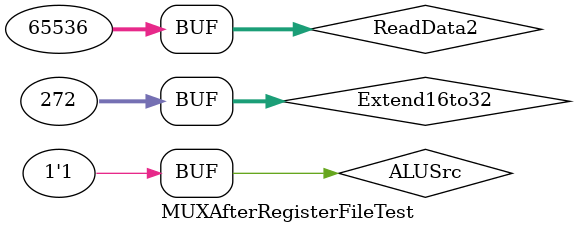
<source format=v>
`timescale 1ns/1ns
`include "MUXAfterRegisterFile.v"

module MUXAfterRegisterFileTest();
      reg ALUSrc;
      reg [31:0] ReadData2,Extend16to32;

      wire [31:0] Result;

      MUXAfterRegisterFile MUXAfterRegisterFile_inst(
          .ALUSrc(ALUSrc),
          .ReadData2(ReadData2),
          .Extend16to32(Extend16to32),
          .Result(Result)
      );


      initial 
      begin 
            ALUSrc = 1;
            ReadData2 = 32'h0001_0000;
            Extend16to32 = 32'h0000_0110;
            
            #20;
      end

      initial begin

        $dumpfile("MUXAfterRegisterFileTest.vcd");
        $dumpvars(0,MUXAfterRegisterFileTest);  

      end


endmodule
</source>
